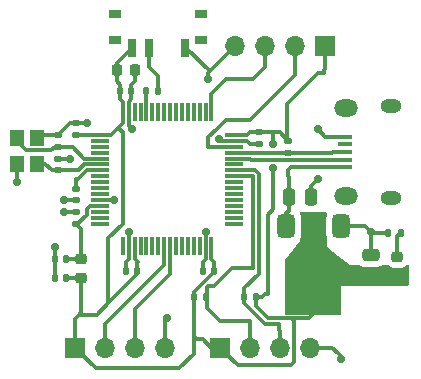
<source format=gbr>
%TF.GenerationSoftware,KiCad,Pcbnew,8.0.3*%
%TF.CreationDate,2024-06-28T00:17:39-05:00*%
%TF.ProjectId,Example PCB,4578616d-706c-4652-9050-43422e6b6963,rev?*%
%TF.SameCoordinates,Original*%
%TF.FileFunction,Copper,L1,Top*%
%TF.FilePolarity,Positive*%
%FSLAX46Y46*%
G04 Gerber Fmt 4.6, Leading zero omitted, Abs format (unit mm)*
G04 Created by KiCad (PCBNEW 8.0.3) date 2024-06-28 00:17:39*
%MOMM*%
%LPD*%
G01*
G04 APERTURE LIST*
G04 Aperture macros list*
%AMRoundRect*
0 Rectangle with rounded corners*
0 $1 Rounding radius*
0 $2 $3 $4 $5 $6 $7 $8 $9 X,Y pos of 4 corners*
0 Add a 4 corners polygon primitive as box body*
4,1,4,$2,$3,$4,$5,$6,$7,$8,$9,$2,$3,0*
0 Add four circle primitives for the rounded corners*
1,1,$1+$1,$2,$3*
1,1,$1+$1,$4,$5*
1,1,$1+$1,$6,$7*
1,1,$1+$1,$8,$9*
0 Add four rect primitives between the rounded corners*
20,1,$1+$1,$2,$3,$4,$5,0*
20,1,$1+$1,$4,$5,$6,$7,0*
20,1,$1+$1,$6,$7,$8,$9,0*
20,1,$1+$1,$8,$9,$2,$3,0*%
G04 Aperture macros list end*
%TA.AperFunction,SMDPad,CuDef*%
%ADD10R,1.000000X0.800000*%
%TD*%
%TA.AperFunction,SMDPad,CuDef*%
%ADD11R,0.700000X1.500000*%
%TD*%
%TA.AperFunction,SMDPad,CuDef*%
%ADD12R,1.200000X1.400000*%
%TD*%
%TA.AperFunction,SMDPad,CuDef*%
%ADD13RoundRect,0.075000X-0.700000X-0.075000X0.700000X-0.075000X0.700000X0.075000X-0.700000X0.075000X0*%
%TD*%
%TA.AperFunction,SMDPad,CuDef*%
%ADD14RoundRect,0.075000X-0.075000X-0.700000X0.075000X-0.700000X0.075000X0.700000X-0.075000X0.700000X0*%
%TD*%
%TA.AperFunction,SMDPad,CuDef*%
%ADD15RoundRect,0.375000X-0.375000X0.625000X-0.375000X-0.625000X0.375000X-0.625000X0.375000X0.625000X0*%
%TD*%
%TA.AperFunction,SMDPad,CuDef*%
%ADD16RoundRect,0.500000X-1.400000X0.500000X-1.400000X-0.500000X1.400000X-0.500000X1.400000X0.500000X0*%
%TD*%
%TA.AperFunction,SMDPad,CuDef*%
%ADD17RoundRect,0.135000X-0.135000X-0.185000X0.135000X-0.185000X0.135000X0.185000X-0.135000X0.185000X0*%
%TD*%
%TA.AperFunction,SMDPad,CuDef*%
%ADD18RoundRect,0.135000X0.135000X0.185000X-0.135000X0.185000X-0.135000X-0.185000X0.135000X-0.185000X0*%
%TD*%
%TA.AperFunction,SMDPad,CuDef*%
%ADD19RoundRect,0.135000X0.185000X-0.135000X0.185000X0.135000X-0.185000X0.135000X-0.185000X-0.135000X0*%
%TD*%
%TA.AperFunction,ComponentPad*%
%ADD20R,1.700000X1.700000*%
%TD*%
%TA.AperFunction,ComponentPad*%
%ADD21O,1.700000X1.700000*%
%TD*%
%TA.AperFunction,SMDPad,CuDef*%
%ADD22R,1.300000X0.450000*%
%TD*%
%TA.AperFunction,ComponentPad*%
%ADD23O,1.800000X1.150000*%
%TD*%
%TA.AperFunction,ComponentPad*%
%ADD24O,2.000000X1.450000*%
%TD*%
%TA.AperFunction,SMDPad,CuDef*%
%ADD25RoundRect,0.218750X-0.256250X0.218750X-0.256250X-0.218750X0.256250X-0.218750X0.256250X0.218750X0*%
%TD*%
%TA.AperFunction,SMDPad,CuDef*%
%ADD26RoundRect,0.140000X0.140000X0.170000X-0.140000X0.170000X-0.140000X-0.170000X0.140000X-0.170000X0*%
%TD*%
%TA.AperFunction,SMDPad,CuDef*%
%ADD27RoundRect,0.140000X0.170000X-0.140000X0.170000X0.140000X-0.170000X0.140000X-0.170000X-0.140000X0*%
%TD*%
%TA.AperFunction,SMDPad,CuDef*%
%ADD28RoundRect,0.140000X-0.140000X-0.170000X0.140000X-0.170000X0.140000X0.170000X-0.140000X0.170000X0*%
%TD*%
%TA.AperFunction,SMDPad,CuDef*%
%ADD29RoundRect,0.140000X-0.170000X0.140000X-0.170000X-0.140000X0.170000X-0.140000X0.170000X0.140000X0*%
%TD*%
%TA.AperFunction,SMDPad,CuDef*%
%ADD30RoundRect,0.225000X-0.225000X-0.250000X0.225000X-0.250000X0.225000X0.250000X-0.225000X0.250000X0*%
%TD*%
%TA.AperFunction,SMDPad,CuDef*%
%ADD31RoundRect,0.250000X0.475000X-0.250000X0.475000X0.250000X-0.475000X0.250000X-0.475000X-0.250000X0*%
%TD*%
%TA.AperFunction,SMDPad,CuDef*%
%ADD32RoundRect,0.250000X-0.250000X-0.475000X0.250000X-0.475000X0.250000X0.475000X-0.250000X0.475000X0*%
%TD*%
%TA.AperFunction,ViaPad*%
%ADD33C,0.700000*%
%TD*%
%TA.AperFunction,Conductor*%
%ADD34C,0.300000*%
%TD*%
G04 APERTURE END LIST*
D10*
%TO.P,SW1,*%
%TO.N,*%
X114900000Y-105210000D03*
X114900000Y-103000000D03*
X107600000Y-105210000D03*
X107600000Y-103000000D03*
D11*
%TO.P,SW1,1,A*%
%TO.N,GND*%
X113500000Y-105860000D03*
%TO.P,SW1,2,B*%
%TO.N,/SW_BOOT0*%
X110500000Y-105860000D03*
%TO.P,SW1,3,C*%
%TO.N,+3.3V*%
X109000000Y-105860000D03*
%TD*%
D12*
%TO.P,Y1,1,1*%
%TO.N,/HSE_IN*%
X99300000Y-113500000D03*
%TO.P,Y1,2,2*%
%TO.N,GND*%
X99300000Y-115700000D03*
%TO.P,Y1,3,3*%
%TO.N,/HSE_OUT*%
X101000000Y-115700000D03*
%TO.P,Y1,4,4*%
%TO.N,GND*%
X101000000Y-113500000D03*
%TD*%
D13*
%TO.P,U2,1,VBAT*%
%TO.N,+3.3V*%
X106325000Y-113250000D03*
%TO.P,U2,2,PC13*%
%TO.N,unconnected-(U2-PC13-Pad2)*%
X106325000Y-113750000D03*
%TO.P,U2,3,PC14*%
%TO.N,unconnected-(U2-PC14-Pad3)*%
X106325000Y-114250000D03*
%TO.P,U2,4,PC15*%
%TO.N,unconnected-(U2-PC15-Pad4)*%
X106325000Y-114750000D03*
%TO.P,U2,5,PF0*%
%TO.N,/HSE_IN*%
X106325000Y-115250000D03*
%TO.P,U2,6,PF1*%
%TO.N,/HSE_OUT*%
X106325000Y-115750000D03*
%TO.P,U2,7,NRST*%
%TO.N,/NRST*%
X106325000Y-116250000D03*
%TO.P,U2,8,PC0*%
%TO.N,unconnected-(U2-PC0-Pad8)*%
X106325000Y-116750000D03*
%TO.P,U2,9,PC1*%
%TO.N,unconnected-(U2-PC1-Pad9)*%
X106325000Y-117250000D03*
%TO.P,U2,10,PC2*%
%TO.N,unconnected-(U2-PC2-Pad10)*%
X106325000Y-117750000D03*
%TO.P,U2,11,PC3*%
%TO.N,unconnected-(U2-PC3-Pad11)*%
X106325000Y-118250000D03*
%TO.P,U2,12,VSSA*%
%TO.N,GND*%
X106325000Y-118750000D03*
%TO.P,U2,13,VDDA*%
%TO.N,+3.3VA*%
X106325000Y-119250000D03*
%TO.P,U2,14,PA0*%
%TO.N,unconnected-(U2-PA0-Pad14)*%
X106325000Y-119750000D03*
%TO.P,U2,15,PA1*%
%TO.N,unconnected-(U2-PA1-Pad15)*%
X106325000Y-120250000D03*
%TO.P,U2,16,PA2*%
%TO.N,unconnected-(U2-PA2-Pad16)*%
X106325000Y-120750000D03*
D14*
%TO.P,U2,17,PA3*%
%TO.N,unconnected-(U2-PA3-Pad17)*%
X108250000Y-122675000D03*
%TO.P,U2,18,VSS*%
%TO.N,GND*%
X108750000Y-122675000D03*
%TO.P,U2,19,VDD*%
%TO.N,+3.3V*%
X109250000Y-122675000D03*
%TO.P,U2,20,PA4*%
%TO.N,unconnected-(U2-PA4-Pad20)*%
X109750000Y-122675000D03*
%TO.P,U2,21,PA5*%
%TO.N,unconnected-(U2-PA5-Pad21)*%
X110250000Y-122675000D03*
%TO.P,U2,22,PA6*%
%TO.N,unconnected-(U2-PA6-Pad22)*%
X110750000Y-122675000D03*
%TO.P,U2,23,PA7*%
%TO.N,unconnected-(U2-PA7-Pad23)*%
X111250000Y-122675000D03*
%TO.P,U2,24,PC4*%
%TO.N,/USART1_TX*%
X111750000Y-122675000D03*
%TO.P,U2,25,PC5*%
%TO.N,/USART1_RX*%
X112250000Y-122675000D03*
%TO.P,U2,26,PB0*%
%TO.N,unconnected-(U2-PB0-Pad26)*%
X112750000Y-122675000D03*
%TO.P,U2,27,PB1*%
%TO.N,unconnected-(U2-PB1-Pad27)*%
X113250000Y-122675000D03*
%TO.P,U2,28,PB2*%
%TO.N,unconnected-(U2-PB2-Pad28)*%
X113750000Y-122675000D03*
%TO.P,U2,29,PB10*%
%TO.N,unconnected-(U2-PB10-Pad29)*%
X114250000Y-122675000D03*
%TO.P,U2,30,PB11*%
%TO.N,unconnected-(U2-PB11-Pad30)*%
X114750000Y-122675000D03*
%TO.P,U2,31,VSS*%
%TO.N,GND*%
X115250000Y-122675000D03*
%TO.P,U2,32,VDD*%
%TO.N,+3.3V*%
X115750000Y-122675000D03*
D13*
%TO.P,U2,33,PB12*%
%TO.N,unconnected-(U2-PB12-Pad33)*%
X117675000Y-120750000D03*
%TO.P,U2,34,PB13*%
%TO.N,unconnected-(U2-PB13-Pad34)*%
X117675000Y-120250000D03*
%TO.P,U2,35,PB14*%
%TO.N,unconnected-(U2-PB14-Pad35)*%
X117675000Y-119750000D03*
%TO.P,U2,36,PB15*%
%TO.N,unconnected-(U2-PB15-Pad36)*%
X117675000Y-119250000D03*
%TO.P,U2,37,PC6*%
%TO.N,unconnected-(U2-PC6-Pad37)*%
X117675000Y-118750000D03*
%TO.P,U2,38,PC7*%
%TO.N,unconnected-(U2-PC7-Pad38)*%
X117675000Y-118250000D03*
%TO.P,U2,39,PC8*%
%TO.N,unconnected-(U2-PC8-Pad39)*%
X117675000Y-117750000D03*
%TO.P,U2,40,PC9*%
%TO.N,unconnected-(U2-PC9-Pad40)*%
X117675000Y-117250000D03*
%TO.P,U2,41,PA8*%
%TO.N,/I2C3_SCL*%
X117675000Y-116750000D03*
%TO.P,U2,42,PA9*%
%TO.N,/I2C3_SDA*%
X117675000Y-116250000D03*
%TO.P,U2,43,PA10*%
%TO.N,unconnected-(U2-PA10-Pad43)*%
X117675000Y-115750000D03*
%TO.P,U2,44,PA11*%
%TO.N,/USB_D-*%
X117675000Y-115250000D03*
%TO.P,U2,45,PA12*%
%TO.N,/USB_D+*%
X117675000Y-114750000D03*
%TO.P,U2,46,PA13*%
%TO.N,/SWDIO*%
X117675000Y-114250000D03*
%TO.P,U2,47,VSS*%
%TO.N,GND*%
X117675000Y-113750000D03*
%TO.P,U2,48,VDD*%
%TO.N,+3.3V*%
X117675000Y-113250000D03*
D14*
%TO.P,U2,49,PA14*%
%TO.N,/SWCLK*%
X115750000Y-111325000D03*
%TO.P,U2,50,PA15*%
%TO.N,unconnected-(U2-PA15-Pad50)*%
X115250000Y-111325000D03*
%TO.P,U2,51,PC10*%
%TO.N,unconnected-(U2-PC10-Pad51)*%
X114750000Y-111325000D03*
%TO.P,U2,52,PC11*%
%TO.N,unconnected-(U2-PC11-Pad52)*%
X114250000Y-111325000D03*
%TO.P,U2,53,PC12*%
%TO.N,unconnected-(U2-PC12-Pad53)*%
X113750000Y-111325000D03*
%TO.P,U2,54,PD2*%
%TO.N,unconnected-(U2-PD2-Pad54)*%
X113250000Y-111325000D03*
%TO.P,U2,55,PB3*%
%TO.N,unconnected-(U2-PB3-Pad55)*%
X112750000Y-111325000D03*
%TO.P,U2,56,PB4*%
%TO.N,unconnected-(U2-PB4-Pad56)*%
X112250000Y-111325000D03*
%TO.P,U2,57,PB5*%
%TO.N,unconnected-(U2-PB5-Pad57)*%
X111750000Y-111325000D03*
%TO.P,U2,58,PB6*%
%TO.N,unconnected-(U2-PB6-Pad58)*%
X111250000Y-111325000D03*
%TO.P,U2,59,PB7*%
%TO.N,unconnected-(U2-PB7-Pad59)*%
X110750000Y-111325000D03*
%TO.P,U2,60,BOOT0*%
%TO.N,/BOOT0*%
X110250000Y-111325000D03*
%TO.P,U2,61,PB8*%
%TO.N,unconnected-(U2-PB8-Pad61)*%
X109750000Y-111325000D03*
%TO.P,U2,62,PB9*%
%TO.N,unconnected-(U2-PB9-Pad62)*%
X109250000Y-111325000D03*
%TO.P,U2,63,VSS*%
%TO.N,GND*%
X108750000Y-111325000D03*
%TO.P,U2,64,VDD*%
%TO.N,+3.3V*%
X108250000Y-111325000D03*
%TD*%
D15*
%TO.P,U1,3,VI*%
%TO.N,VBUS*%
X122100000Y-121000000D03*
D16*
%TO.P,U1,2,VO*%
%TO.N,+3.3V*%
X124400000Y-127300000D03*
D15*
X124400000Y-121000000D03*
%TO.P,U1,1,GND*%
%TO.N,GND*%
X126700000Y-121000000D03*
%TD*%
D17*
%TO.P,R5,2*%
%TO.N,+3.3V*%
X119500000Y-127000000D03*
%TO.P,R5,1*%
%TO.N,/I2C3_SDA*%
X118480000Y-127000000D03*
%TD*%
D18*
%TO.P,R4,2*%
%TO.N,+3.3V*%
X114240000Y-127000000D03*
%TO.P,R4,1*%
%TO.N,/I2C3_SCL*%
X115260000Y-127000000D03*
%TD*%
D19*
%TO.P,R3,2*%
%TO.N,+3.3V*%
X122250000Y-113730000D03*
%TO.P,R3,1*%
%TO.N,/USB_D+*%
X122250000Y-114750000D03*
%TD*%
D18*
%TO.P,R2,1*%
%TO.N,/SW_BOOT0*%
X111250000Y-109500000D03*
%TO.P,R2,2*%
%TO.N,/BOOT0*%
X110230000Y-109500000D03*
%TD*%
D17*
%TO.P,R1,2*%
%TO.N,/PWR_LED_K*%
X131760000Y-121550000D03*
%TO.P,R1,1*%
%TO.N,GND*%
X130740000Y-121550000D03*
%TD*%
D20*
%TO.P,J4,1,Pin_1*%
%TO.N,+3.3V*%
X116500000Y-131250000D03*
D21*
%TO.P,J4,2,Pin_2*%
%TO.N,/I2C3_SCL*%
X119040000Y-131250000D03*
%TO.P,J4,3,Pin_3*%
%TO.N,/I2C3_SDA*%
X121580000Y-131250000D03*
%TO.P,J4,4,Pin_4*%
%TO.N,GND*%
X124120000Y-131250000D03*
%TD*%
D22*
%TO.P,J3,1,VBUS*%
%TO.N,VBUS*%
X127095000Y-116000000D03*
%TO.P,J3,2,D-*%
%TO.N,/USB_D-*%
X127095000Y-115350000D03*
%TO.P,J3,3,D+*%
%TO.N,/USB_D+*%
X127095000Y-114700000D03*
%TO.P,J3,4,ID*%
%TO.N,unconnected-(J3-ID-Pad4)*%
X127095000Y-114050000D03*
%TO.P,J3,5,GND*%
%TO.N,GND*%
X127095000Y-113400000D03*
D23*
%TO.P,J3,6,Shield*%
%TO.N,unconnected-(J3-Shield-Pad6)_0*%
X130945000Y-118575000D03*
D24*
%TO.N,unconnected-(J3-Shield-Pad6)*%
X127145000Y-118425000D03*
%TO.N,unconnected-(J3-Shield-Pad6)_2*%
X127145000Y-110975000D03*
D23*
%TO.N,unconnected-(J3-Shield-Pad6)_1*%
X130945000Y-110825000D03*
%TD*%
D21*
%TO.P,J2,4,Pin_4*%
%TO.N,GND*%
X117750000Y-105750000D03*
%TO.P,J2,3,Pin_3*%
%TO.N,/SWCLK*%
X120290000Y-105750000D03*
%TO.P,J2,2,Pin_2*%
%TO.N,/SWDIO*%
X122830000Y-105750000D03*
D20*
%TO.P,J2,1,Pin_1*%
%TO.N,+3.3V*%
X125370000Y-105750000D03*
%TD*%
D21*
%TO.P,J1,4,Pin_4*%
%TO.N,GND*%
X111820000Y-131250000D03*
%TO.P,J1,3,Pin_3*%
%TO.N,/USART1_RX*%
X109280000Y-131250000D03*
%TO.P,J1,2,Pin_2*%
%TO.N,/USART1_TX*%
X106740000Y-131250000D03*
D20*
%TO.P,J1,1,Pin_1*%
%TO.N,+3.3V*%
X104200000Y-131250000D03*
%TD*%
D25*
%TO.P,FB1,1*%
%TO.N,+3.3VA*%
X104750000Y-123755000D03*
%TO.P,FB1,2*%
%TO.N,+3.3V*%
X104750000Y-125330000D03*
%TD*%
%TO.P,D1,2,A*%
%TO.N,+3.3V*%
X131500000Y-125125000D03*
%TO.P,D1,1,K*%
%TO.N,/PWR_LED_K*%
X131500000Y-123550000D03*
%TD*%
D26*
%TO.P,C14,1*%
%TO.N,+3.3V*%
X103440000Y-125330000D03*
%TO.P,C14,2*%
%TO.N,GND*%
X102480000Y-125330000D03*
%TD*%
%TO.P,C13,1*%
%TO.N,+3.3VA*%
X103440000Y-123750000D03*
%TO.P,C13,2*%
%TO.N,GND*%
X102480000Y-123750000D03*
%TD*%
D27*
%TO.P,C12,1*%
%TO.N,+3.3VA*%
X104250000Y-120750000D03*
%TO.P,C12,2*%
%TO.N,GND*%
X104250000Y-119790000D03*
%TD*%
D28*
%TO.P,C11,1*%
%TO.N,+3.3V*%
X108020000Y-109500000D03*
%TO.P,C11,2*%
%TO.N,GND*%
X108980000Y-109500000D03*
%TD*%
D29*
%TO.P,C10,1*%
%TO.N,+3.3V*%
X119750000Y-113020000D03*
%TO.P,C10,2*%
%TO.N,GND*%
X119750000Y-113980000D03*
%TD*%
D26*
%TO.P,C9,1*%
%TO.N,+3.3V*%
X115980000Y-124750000D03*
%TO.P,C9,2*%
%TO.N,GND*%
X115020000Y-124750000D03*
%TD*%
D27*
%TO.P,C8,1*%
%TO.N,/HSE_OUT*%
X102750000Y-116250000D03*
%TO.P,C8,2*%
%TO.N,GND*%
X102750000Y-115290000D03*
%TD*%
D26*
%TO.P,C7,1*%
%TO.N,+3.3V*%
X109480000Y-124750000D03*
%TO.P,C7,2*%
%TO.N,GND*%
X108520000Y-124750000D03*
%TD*%
D27*
%TO.P,C6,1*%
%TO.N,+3.3V*%
X104250000Y-113230000D03*
%TO.P,C6,2*%
%TO.N,GND*%
X104250000Y-112270000D03*
%TD*%
%TO.P,C5,1*%
%TO.N,/HSE_IN*%
X102750000Y-114250000D03*
%TO.P,C5,2*%
%TO.N,GND*%
X102750000Y-113290000D03*
%TD*%
D29*
%TO.P,C4,1*%
%TO.N,/NRST*%
X104250000Y-117790000D03*
%TO.P,C4,2*%
%TO.N,GND*%
X104250000Y-118750000D03*
%TD*%
D30*
%TO.P,C3,1*%
%TO.N,+3.3V*%
X107725000Y-107750000D03*
%TO.P,C3,2*%
%TO.N,GND*%
X109275000Y-107750000D03*
%TD*%
D31*
%TO.P,C2,2*%
%TO.N,GND*%
X129250000Y-123400000D03*
%TO.P,C2,1*%
%TO.N,+3.3V*%
X129250000Y-125300000D03*
%TD*%
D32*
%TO.P,C1,1*%
%TO.N,VBUS*%
X122300000Y-118500000D03*
%TO.P,C1,2*%
%TO.N,GND*%
X124200000Y-118500000D03*
%TD*%
D33*
%TO.N,GND*%
X115500000Y-108500000D03*
X124750000Y-117000000D03*
X124750000Y-112750000D03*
X126750000Y-132250000D03*
X112000000Y-128750000D03*
%TO.N,+3.3V*%
X121000000Y-116070000D03*
X121000000Y-114000000D03*
%TO.N,GND*%
X99300000Y-117200000D03*
X105250000Y-112250000D03*
X103750000Y-115250000D03*
X103250000Y-119750000D03*
X103250000Y-118750000D03*
X129250000Y-121500000D03*
X102500000Y-122750000D03*
X107500000Y-118750000D03*
X109000000Y-112750000D03*
X116393537Y-113558143D03*
X115250000Y-121500000D03*
X108750000Y-121500000D03*
%TD*%
D34*
%TO.N,/USART1_RX*%
X112250000Y-125000000D02*
X112250000Y-122675000D01*
X109250000Y-128000000D02*
X112250000Y-125000000D01*
X109280000Y-131250000D02*
X109280000Y-128030000D01*
%TO.N,+3.3VA*%
X105446880Y-119250000D02*
X106325000Y-119250000D01*
X104375000Y-120821880D02*
X105200000Y-119996880D01*
X105200000Y-119496880D02*
X105446880Y-119250000D01*
X104375000Y-120875000D02*
X104375000Y-120821880D01*
X104250000Y-120750000D02*
X104375000Y-120875000D01*
X105200000Y-119996880D02*
X105200000Y-119496880D01*
X104750000Y-123755000D02*
X104750000Y-121250000D01*
X104750000Y-121250000D02*
X104250000Y-120750000D01*
X103440000Y-123750000D02*
X104745000Y-123750000D01*
X104745000Y-123750000D02*
X104750000Y-123755000D01*
%TO.N,/NRST*%
X105207106Y-116250000D02*
X106325000Y-116250000D01*
X104250000Y-117000000D02*
X104457106Y-117000000D01*
X104457106Y-117000000D02*
X105207106Y-116250000D01*
X104250000Y-117790000D02*
X104250000Y-117000000D01*
%TO.N,GND*%
X113610000Y-105860000D02*
X115625000Y-107875000D01*
X113500000Y-105860000D02*
X113610000Y-105860000D01*
X117750000Y-105750000D02*
X115625000Y-107875000D01*
X115625000Y-107875000D02*
X115500000Y-108000000D01*
X115500000Y-108000000D02*
X115500000Y-108500000D01*
X124200000Y-117550000D02*
X124750000Y-117000000D01*
X124200000Y-118500000D02*
X124200000Y-117550000D01*
X125400000Y-113400000D02*
X124750000Y-112750000D01*
X127095000Y-113400000D02*
X125400000Y-113400000D01*
%TO.N,/PWR_LED_K*%
X131500000Y-121810000D02*
X131760000Y-121550000D01*
X131500000Y-123550000D02*
X131500000Y-121810000D01*
%TO.N,GND*%
X126750000Y-132000000D02*
X126750000Y-132250000D01*
X126000000Y-131250000D02*
X126500000Y-131750000D01*
X126500000Y-131750000D02*
X126750000Y-132000000D01*
X124120000Y-131250000D02*
X126000000Y-131250000D01*
X111820000Y-128930000D02*
X112000000Y-128750000D01*
X111820000Y-131250000D02*
X111820000Y-128930000D01*
%TO.N,+3.3V*%
X120500000Y-126750000D02*
X120250000Y-126750000D01*
X120500000Y-120000000D02*
X120500000Y-126750000D01*
X121000000Y-119500000D02*
X120500000Y-120000000D01*
X120250000Y-126750000D02*
X120000000Y-127000000D01*
X120000000Y-127000000D02*
X119500000Y-127000000D01*
X121000000Y-116070000D02*
X121000000Y-119500000D01*
X121000000Y-113020000D02*
X121540000Y-113020000D01*
X121000000Y-113020000D02*
X121000000Y-114000000D01*
X119750000Y-113020000D02*
X121000000Y-113020000D01*
X108250000Y-120750000D02*
X107020000Y-121980000D01*
X108250000Y-113000000D02*
X108250000Y-120750000D01*
X107875000Y-112625000D02*
X108250000Y-113000000D01*
X107020000Y-127520000D02*
X106039999Y-128500000D01*
X107875000Y-112625000D02*
X108250000Y-112250000D01*
X109480000Y-125059999D02*
X107020000Y-127520000D01*
X107020000Y-121980000D02*
X107020000Y-127520000D01*
X107250000Y-113250000D02*
X107875000Y-112625000D01*
X108250000Y-112250000D02*
X108250000Y-111325000D01*
X106325000Y-113250000D02*
X107250000Y-113250000D01*
%TO.N,GND*%
X108750000Y-112500000D02*
X109000000Y-112750000D01*
X108750000Y-111325000D02*
X108750000Y-112500000D01*
%TO.N,+3.3V*%
X105950000Y-133000000D02*
X104200000Y-131250000D01*
X113000000Y-133000000D02*
X105950000Y-133000000D01*
X114240000Y-131760000D02*
X113000000Y-133000000D01*
X114240000Y-129000000D02*
X114240000Y-131760000D01*
X114240000Y-129000000D02*
X114240000Y-130240000D01*
X114240000Y-127000000D02*
X114240000Y-129000000D01*
X122500000Y-132750000D02*
X118000000Y-132750000D01*
X118000000Y-132750000D02*
X116500000Y-131250000D01*
X122780000Y-129030000D02*
X122780000Y-132470000D01*
X122780000Y-132470000D02*
X122500000Y-132750000D01*
X122500000Y-128750000D02*
X122780000Y-129030000D01*
X122500000Y-128750000D02*
X120500000Y-128750000D01*
X124000000Y-128750000D02*
X122500000Y-128750000D01*
X107725000Y-107135000D02*
X109000000Y-105860000D01*
X107725000Y-107750000D02*
X107725000Y-107135000D01*
X125370000Y-107630000D02*
X125370000Y-105750000D01*
X125250000Y-108000000D02*
X125250000Y-107750000D01*
X122135000Y-110615000D02*
X124750000Y-108000000D01*
X125250000Y-107750000D02*
X125370000Y-107630000D01*
X122135000Y-113615000D02*
X122135000Y-110615000D01*
X122250000Y-113730000D02*
X122135000Y-113615000D01*
X124750000Y-108000000D02*
X125250000Y-108000000D01*
X121540000Y-113020000D02*
X122250000Y-113730000D01*
X104750000Y-125330000D02*
X103440000Y-125330000D01*
X104750000Y-125330000D02*
X104750000Y-128250000D01*
X104750000Y-128250000D02*
X104500000Y-128500000D01*
X104500000Y-128500000D02*
X104200000Y-128800000D01*
X106039999Y-128500000D02*
X104500000Y-128500000D01*
X104200000Y-128800000D02*
X104200000Y-131250000D01*
X109480000Y-124750000D02*
X109480000Y-125059999D01*
X115750000Y-131250000D02*
X116500000Y-131250000D01*
X115000000Y-130500000D02*
X115750000Y-131250000D01*
X114240000Y-130240000D02*
X114500000Y-130500000D01*
X114500000Y-130500000D02*
X115000000Y-130500000D01*
X114250000Y-126542893D02*
X115980000Y-124812893D01*
X115980000Y-124812893D02*
X115980000Y-124750000D01*
X114250000Y-127000000D02*
X114250000Y-126542893D01*
X114240000Y-127000000D02*
X114250000Y-127000000D01*
X124400000Y-128350000D02*
X124000000Y-128750000D01*
X120500000Y-128750000D02*
X119500000Y-127750000D01*
X119500000Y-127750000D02*
X119500000Y-127000000D01*
X124400000Y-127300000D02*
X124400000Y-128350000D01*
%TO.N,VBUS*%
X122300000Y-119700000D02*
X122100000Y-119900000D01*
X122300000Y-118500000D02*
X122300000Y-119700000D01*
X122100000Y-119900000D02*
X122100000Y-121250000D01*
X122250000Y-116750000D02*
X122300000Y-116800000D01*
X122300000Y-116800000D02*
X122300000Y-118500000D01*
X122500000Y-116000000D02*
X122250000Y-116250000D01*
X127095000Y-116000000D02*
X122500000Y-116000000D01*
X122250000Y-116250000D02*
X122250000Y-116750000D01*
%TO.N,GND*%
X99300000Y-115700000D02*
X99300000Y-117200000D01*
X99250000Y-117250000D02*
X99300000Y-117200000D01*
X105230000Y-112270000D02*
X105250000Y-112250000D01*
X104250000Y-112270000D02*
X105230000Y-112270000D01*
X103770000Y-112270000D02*
X104250000Y-112270000D01*
X102750000Y-113290000D02*
X103770000Y-112270000D01*
X101210000Y-113290000D02*
X101000000Y-113500000D01*
X102750000Y-113290000D02*
X101210000Y-113290000D01*
%TO.N,/HSE_IN*%
X99300000Y-113800000D02*
X99300000Y-113500000D01*
X100050000Y-114550000D02*
X99300000Y-113800000D01*
X102200000Y-114550000D02*
X100050000Y-114550000D01*
X102500000Y-114250000D02*
X102200000Y-114550000D01*
X102750000Y-114250000D02*
X102500000Y-114250000D01*
%TO.N,GND*%
X103710000Y-115290000D02*
X103750000Y-115250000D01*
X102750000Y-115290000D02*
X103710000Y-115290000D01*
X103290000Y-119790000D02*
X103250000Y-119750000D01*
X104250000Y-119790000D02*
X103290000Y-119790000D01*
X104250000Y-118750000D02*
X103250000Y-118750000D01*
X128750000Y-121000000D02*
X129250000Y-121500000D01*
X126700000Y-121000000D02*
X128750000Y-121000000D01*
X129300000Y-121800000D02*
X129250000Y-121750000D01*
X130740000Y-121550000D02*
X129300000Y-121550000D01*
X129250000Y-123150000D02*
X129250000Y-121500000D01*
X102480000Y-125330000D02*
X102480000Y-123750000D01*
X102480000Y-122770000D02*
X102500000Y-122750000D01*
X102480000Y-123750000D02*
X102480000Y-122770000D01*
X106325000Y-118750000D02*
X107500000Y-118750000D01*
%TO.N,/SWDIO*%
X116750000Y-114250000D02*
X117675000Y-114250000D01*
X116741857Y-114258143D02*
X116750000Y-114250000D01*
X115508143Y-114258143D02*
X116741857Y-114258143D01*
X115500000Y-114250000D02*
X115508143Y-114258143D01*
X116211730Y-112750000D02*
X115500000Y-113461730D01*
X116250000Y-112750000D02*
X116211730Y-112750000D01*
X119000000Y-112000000D02*
X117000000Y-112000000D01*
X115500000Y-113461730D02*
X115500000Y-114250000D01*
X122830000Y-108170000D02*
X119000000Y-112000000D01*
X117000000Y-112000000D02*
X116250000Y-112750000D01*
X122830000Y-105750000D02*
X122830000Y-108170000D01*
%TO.N,GND*%
X116585394Y-113750000D02*
X116393537Y-113558143D01*
X117675000Y-113750000D02*
X116585394Y-113750000D01*
X115250000Y-122675000D02*
X115250000Y-121500000D01*
X108750000Y-122675000D02*
X108750000Y-121500000D01*
%TO.N,/I2C3_SCL*%
X119000000Y-129000000D02*
X119040000Y-129040000D01*
X119040000Y-129040000D02*
X119040000Y-131250000D01*
X116500000Y-129000000D02*
X119000000Y-129000000D01*
X115400000Y-127900000D02*
X116500000Y-129000000D01*
X115400000Y-127000000D02*
X115400000Y-127900000D01*
%TO.N,/I2C3_SDA*%
X121500000Y-129750000D02*
X121580000Y-129830000D01*
X121580000Y-129830000D02*
X121580000Y-131250000D01*
X121500000Y-129250000D02*
X121500000Y-129750000D01*
X120250000Y-129250000D02*
X121500000Y-129250000D01*
X118510000Y-127000000D02*
X118510000Y-127510000D01*
X118510000Y-127510000D02*
X120250000Y-129250000D01*
X118500000Y-126250000D02*
X118510000Y-126260000D01*
X119750000Y-125000000D02*
X118500000Y-126250000D01*
X118510000Y-126260000D02*
X118510000Y-127000000D01*
X119457107Y-116250000D02*
X119750000Y-116542893D01*
X119750000Y-116542893D02*
X119750000Y-125000000D01*
X117675000Y-116250000D02*
X119457107Y-116250000D01*
%TO.N,/I2C3_SCL*%
X115400000Y-126100000D02*
X115400000Y-127000000D01*
X115500000Y-126000000D02*
X115400000Y-126100000D01*
X119250000Y-124500000D02*
X117500000Y-124500000D01*
X117500000Y-124500000D02*
X116000000Y-126000000D01*
X116000000Y-126000000D02*
X115500000Y-126000000D01*
X119250000Y-116750000D02*
X119250000Y-124500000D01*
X117675000Y-116750000D02*
X119250000Y-116750000D01*
%TO.N,/SW_BOOT0*%
X110500000Y-107500000D02*
X110500000Y-105860000D01*
X111250000Y-108250000D02*
X110500000Y-107500000D01*
X111250000Y-109500000D02*
X111250000Y-108250000D01*
%TO.N,/BOOT0*%
X110250000Y-109520000D02*
X110230000Y-109500000D01*
X110250000Y-111325000D02*
X110250000Y-109520000D01*
%TO.N,/USART1_TX*%
X106740000Y-129260000D02*
X106740000Y-131250000D01*
X111750000Y-124250000D02*
X106740000Y-129260000D01*
X111750000Y-122675000D02*
X111750000Y-124250000D01*
%TO.N,/SWCLK*%
X119250000Y-108500000D02*
X120290000Y-107460000D01*
X120290000Y-107460000D02*
X120290000Y-105750000D01*
X117000000Y-108500000D02*
X119250000Y-108500000D01*
X115750000Y-111325000D02*
X115750000Y-109750000D01*
X115750000Y-109750000D02*
X117000000Y-108500000D01*
%TO.N,/USB_D-*%
X119120000Y-115370000D02*
X119000000Y-115250000D01*
X119000000Y-115250000D02*
X117675000Y-115250000D01*
X126080000Y-115370000D02*
X119120000Y-115370000D01*
X126100000Y-115350000D02*
X126080000Y-115370000D01*
X127095000Y-115350000D02*
X126100000Y-115350000D01*
%TO.N,/USB_D+*%
X126050000Y-114700000D02*
X127095000Y-114700000D01*
X126000000Y-114750000D02*
X126050000Y-114700000D01*
X122250000Y-114750000D02*
X126000000Y-114750000D01*
X117675000Y-114750000D02*
X122250000Y-114750000D01*
%TO.N,/HSE_IN*%
X104000000Y-114250000D02*
X102750000Y-114250000D01*
X105000000Y-115250000D02*
X104000000Y-114250000D01*
X106325000Y-115250000D02*
X105000000Y-115250000D01*
%TO.N,/HSE_OUT*%
X104500000Y-116250000D02*
X102750000Y-116250000D01*
X105000000Y-115750000D02*
X104500000Y-116250000D01*
X106325000Y-115750000D02*
X105000000Y-115750000D01*
%TO.N,+3.3V*%
X106305000Y-113230000D02*
X106325000Y-113250000D01*
X104250000Y-113230000D02*
X106305000Y-113230000D01*
%TO.N,GND*%
X119020000Y-113980000D02*
X119750000Y-113980000D01*
X118750000Y-113750000D02*
X119000000Y-114000000D01*
X119000000Y-114000000D02*
X119020000Y-113980000D01*
X117675000Y-113750000D02*
X118750000Y-113750000D01*
%TO.N,+3.3V*%
X119250000Y-113000000D02*
X119270000Y-113020000D01*
X119000000Y-113000000D02*
X119250000Y-113000000D01*
X119270000Y-113020000D02*
X119750000Y-113020000D01*
X118750000Y-113250000D02*
X119000000Y-113000000D01*
X117675000Y-113250000D02*
X118750000Y-113250000D01*
X116000000Y-124000000D02*
X116000000Y-124730000D01*
X115750000Y-123750000D02*
X116000000Y-124000000D01*
X116000000Y-124730000D02*
X115980000Y-124750000D01*
X115750000Y-122675000D02*
X115750000Y-123750000D01*
X109480000Y-124020000D02*
X109480000Y-124750000D01*
X109500000Y-124000000D02*
X109480000Y-124020000D01*
X109250000Y-123750000D02*
X109500000Y-124000000D01*
X109250000Y-122675000D02*
X109250000Y-123750000D01*
%TO.N,GND*%
X108520000Y-124020000D02*
X108520000Y-124750000D01*
X108500000Y-124000000D02*
X108520000Y-124020000D01*
X108750000Y-123750000D02*
X108500000Y-124000000D01*
X108750000Y-122675000D02*
X108750000Y-123750000D01*
X115020000Y-124020000D02*
X115020000Y-124750000D01*
X115250000Y-123750000D02*
X115000000Y-124000000D01*
X115000000Y-124000000D02*
X115020000Y-124020000D01*
X115250000Y-122675000D02*
X115250000Y-123750000D01*
%TO.N,+3.3V*%
X107725000Y-108725000D02*
X107725000Y-107750000D01*
X108020000Y-109020000D02*
X107725000Y-108725000D01*
X108020000Y-109500000D02*
X108020000Y-109020000D01*
%TO.N,GND*%
X109275000Y-108725000D02*
X109275000Y-107750000D01*
X108980000Y-109020000D02*
X109275000Y-108725000D01*
X108980000Y-109500000D02*
X108980000Y-109020000D01*
%TO.N,+3.3V*%
X108000000Y-110250000D02*
X108020000Y-110230000D01*
X108250000Y-110500000D02*
X108000000Y-110250000D01*
X108020000Y-110230000D02*
X108020000Y-109500000D01*
X108250000Y-111325000D02*
X108250000Y-110500000D01*
%TO.N,GND*%
X108980000Y-110216880D02*
X108980000Y-109500000D01*
X108750000Y-110446880D02*
X108980000Y-110216880D01*
X108750000Y-111325000D02*
X108750000Y-110446880D01*
%TO.N,/HSE_OUT*%
X102750000Y-116250000D02*
X102250000Y-116250000D01*
X102250000Y-116250000D02*
X101700000Y-115700000D01*
X101700000Y-115700000D02*
X101000000Y-115700000D01*
%TO.N,/SWDIO*%
X117675000Y-114250000D02*
X116500000Y-114250000D01*
%TD*%
%TA.AperFunction,Conductor*%
%TO.N,+3.3V*%
G36*
X125443039Y-119769685D02*
G01*
X125488794Y-119822489D01*
X125500000Y-119874000D01*
X125500000Y-120049521D01*
X125496335Y-120079447D01*
X125452400Y-120256106D01*
X125449500Y-120298879D01*
X125449500Y-121701122D01*
X125449501Y-121701125D01*
X125452399Y-121743885D01*
X125452400Y-121743889D01*
X125496336Y-121920558D01*
X125500000Y-121950477D01*
X125500000Y-122750000D01*
X125499999Y-122750000D01*
X126500000Y-123500000D01*
X127500000Y-124250000D01*
X128282993Y-124250000D01*
X128348089Y-124268461D01*
X128455659Y-124334810D01*
X128455660Y-124334810D01*
X128455666Y-124334814D01*
X128622203Y-124389999D01*
X128724991Y-124400500D01*
X129775008Y-124400499D01*
X129775016Y-124400498D01*
X129775019Y-124400498D01*
X129831302Y-124394748D01*
X129877797Y-124389999D01*
X130044334Y-124334814D01*
X130078948Y-124313463D01*
X130151911Y-124268461D01*
X130217007Y-124250000D01*
X130656466Y-124250000D01*
X130723505Y-124269685D01*
X130744147Y-124286319D01*
X130794608Y-124336780D01*
X130794612Y-124336783D01*
X130937704Y-124425044D01*
X130937707Y-124425045D01*
X130937713Y-124425049D01*
X131097315Y-124477936D01*
X131195826Y-124488000D01*
X131195831Y-124488000D01*
X131804169Y-124488000D01*
X131804174Y-124488000D01*
X131902685Y-124477936D01*
X132062287Y-124425049D01*
X132205391Y-124336781D01*
X132255853Y-124286319D01*
X132317176Y-124252834D01*
X132343534Y-124250000D01*
X132376000Y-124250000D01*
X132443039Y-124269685D01*
X132488794Y-124322489D01*
X132500000Y-124374000D01*
X132500000Y-125876000D01*
X132480315Y-125943039D01*
X132427511Y-125988794D01*
X132376000Y-126000000D01*
X126750000Y-126000000D01*
X126750000Y-128376000D01*
X126730315Y-128443039D01*
X126677511Y-128488794D01*
X126626000Y-128500000D01*
X122124000Y-128500000D01*
X122056961Y-128480315D01*
X122011206Y-128427511D01*
X122000000Y-128376000D01*
X122000000Y-123794893D01*
X122019685Y-123727854D01*
X122028736Y-123715516D01*
X123250000Y-122250000D01*
X123250000Y-122061877D01*
X123262911Y-122006784D01*
X123301641Y-121928693D01*
X123347600Y-121743889D01*
X123350500Y-121701123D01*
X123350499Y-120298878D01*
X123347600Y-120256111D01*
X123301641Y-120071307D01*
X123262912Y-119993216D01*
X123250000Y-119938122D01*
X123250000Y-119874000D01*
X123269685Y-119806961D01*
X123322489Y-119761206D01*
X123374000Y-119750000D01*
X125376000Y-119750000D01*
X125443039Y-119769685D01*
G37*
%TD.AperFunction*%
%TD*%
M02*

</source>
